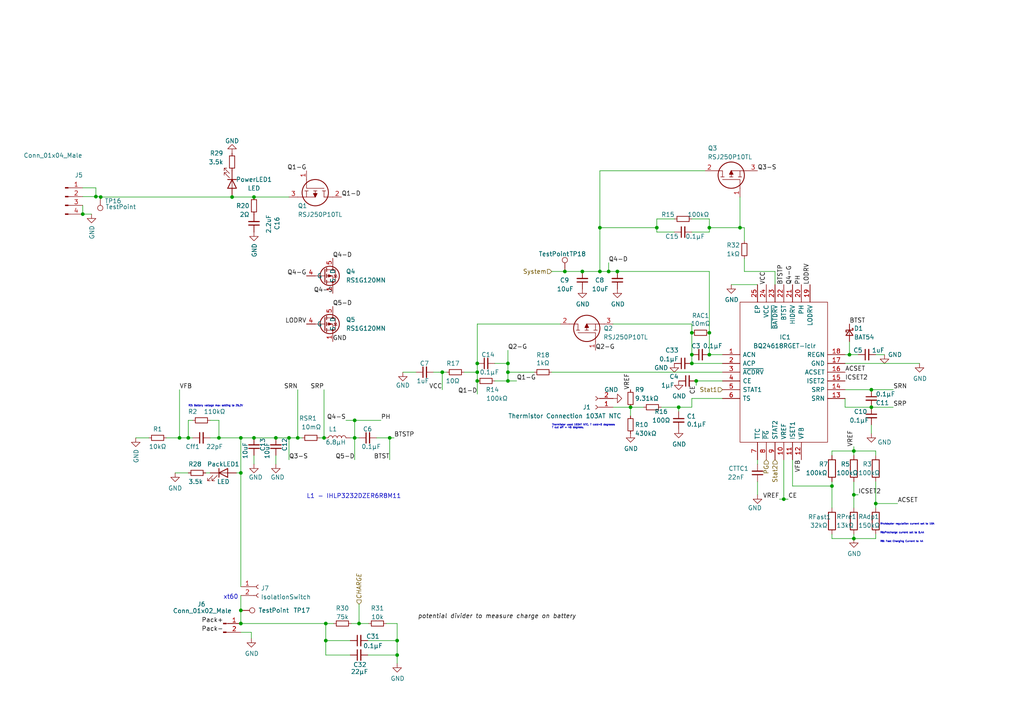
<source format=kicad_sch>
(kicad_sch (version 20211123) (generator eeschema)
  (paper "A4")
  (lib_symbols
    (symbol "Connector:Conn_01x02_Female" (pin_names (offset 1.016) hide)
      (property "Reference" "J" (at 0 2.54 0))
      (property "Value" "Conn_01x02_Female" (at 0 -5.08 0))
      (symbol "Conn_01x02_Female_1_1"
        (arc (start 0 -2.032) (mid -0.508 -2.54) (end 0 -3.048) (stroke (width 0.1524)))
        (polyline (pts (xy -1.27 -2.54) (xy -0.508 -2.54)) (stroke (width 0.1524)))
        (polyline (pts (xy -1.27 0) (xy -0.508 0)) (stroke (width 0.1524)))
        (arc (start 0 0.508) (mid -0.508 0) (end 0 -0.508) (stroke (width 0.1524)))
        (pin passive line (at -5.08 0 0) (length 3.81) (name "Pin_1") (number "1"))
        (pin passive line (at -5.08 -2.54 0) (length 3.81) (name "Pin_2") (number "2"))
      )
    )
    (symbol "Connector:Conn_01x02_Male" (pin_names (offset 1.016) hide)
      (property "Reference" "J" (at 0 2.54 0))
      (property "Value" "Conn_01x02_Male" (at 0 -5.08 0))
      (symbol "Conn_01x02_Male_1_1"
        (polyline (pts (xy 1.27 -2.54) (xy 0.8636 -2.54)) (stroke (width 0.1524)))
        (polyline (pts (xy 1.27 0) (xy 0.8636 0)) (stroke (width 0.1524)))
        (rectangle (start 0.8636 -2.413) (end 0 -2.667) (stroke (width 0.1524)) (fill (type outline)))
        (rectangle (start 0.8636 0.127) (end 0 -0.127) (stroke (width 0.1524)) (fill (type outline)))
        (pin passive line (at 5.08 0 180) (length 3.81) (name "Pin_1") (number "1"))
        (pin passive line (at 5.08 -2.54 180) (length 3.81) (name "Pin_2") (number "2"))
      )
    )
    (symbol "Connector:Conn_01x04_Male" (pin_names (offset 1.016) hide)
      (property "Reference" "J" (at 0 5.08 0))
      (property "Value" "Conn_01x04_Male" (at 0 -7.62 0))
      (symbol "Conn_01x04_Male_1_1"
        (polyline (pts (xy 1.27 -5.08) (xy 0.8636 -5.08)) (stroke (width 0.1524)))
        (polyline (pts (xy 1.27 -2.54) (xy 0.8636 -2.54)) (stroke (width 0.1524)))
        (polyline (pts (xy 1.27 0) (xy 0.8636 0)) (stroke (width 0.1524)))
        (polyline (pts (xy 1.27 2.54) (xy 0.8636 2.54)) (stroke (width 0.1524)))
        (rectangle (start 0.8636 -4.953) (end 0 -5.207) (stroke (width 0.1524)) (fill (type outline)))
        (rectangle (start 0.8636 -2.413) (end 0 -2.667) (stroke (width 0.1524)) (fill (type outline)))
        (rectangle (start 0.8636 0.127) (end 0 -0.127) (stroke (width 0.1524)) (fill (type outline)))
        (rectangle (start 0.8636 2.667) (end 0 2.413) (stroke (width 0.1524)) (fill (type outline)))
        (pin passive line (at 5.08 2.54 180) (length 3.81) (name "Pin_1") (number "1"))
        (pin passive line (at 5.08 0 180) (length 3.81) (name "Pin_2") (number "2"))
        (pin passive line (at 5.08 -2.54 180) (length 3.81) (name "Pin_3") (number "3"))
        (pin passive line (at 5.08 -5.08 180) (length 3.81) (name "Pin_4") (number "4"))
      )
    )
    (symbol "Connector:TestPoint" (pin_numbers hide) (pin_names (offset 0.762) hide)
      (property "Reference" "TP" (at 0 6.858 0))
      (property "Value" "TestPoint" (at 0 5.08 0))
      (symbol "TestPoint_0_1"
        (circle (center 0 3.302) (radius 0.762))
      )
      (symbol "TestPoint_1_1"
        (pin passive line (at 0 0 90) (length 2.54) (name "1") (number "1"))
      )
    )
    (symbol "Device:C_Small" (pin_numbers hide) (pin_names (offset 0.254) hide)
      (property "Reference" "C" (at 0.254 1.778 0))
      (property "Value" "C_Small" (at 0.254 -2.032 0))
      (symbol "C_Small_0_1"
        (polyline (pts (xy -1.524 -0.508) (xy 1.524 -0.508)) (stroke (width 0.3302)))
        (polyline (pts (xy -1.524 0.508) (xy 1.524 0.508)) (stroke (width 0.3048)))
      )
      (symbol "C_Small_1_1"
        (pin passive line (at 0 2.54 270) (length 2.032) (name "~") (number "1"))
        (pin passive line (at 0 -2.54 90) (length 2.032) (name "~") (number "2"))
      )
    )
    (symbol "Device:D_Schottky_Small" (pin_numbers hide) (pin_names (offset 0.254) hide)
      (property "Reference" "D" (at -1.27 2.032 0))
      (property "Value" "D_Schottky_Small" (at -7.112 -2.032 0))
      (symbol "D_Schottky_Small_0_1"
        (polyline (pts (xy -0.762 0) (xy 0.762 0)))
        (polyline (pts (xy 0.762 -1.016) (xy -0.762 0) (xy 0.762 1.016) (xy 0.762 -1.016)) (stroke (width 0.254)))
        (polyline (pts (xy -1.27 0.762) (xy -1.27 1.016) (xy -0.762 1.016) (xy -0.762 -1.016) (xy -0.254 -1.016) (xy -0.254 -0.762)) (stroke (width 0.254)))
      )
      (symbol "D_Schottky_Small_1_1"
        (pin passive line (at -2.54 0 0) (length 1.778) (name "K") (number "1"))
        (pin passive line (at 2.54 0 180) (length 1.778) (name "A") (number "2"))
      )
    )
    (symbol "Device:L" (pin_numbers hide) (pin_names (offset 1.016) hide)
      (property "Reference" "L" (at -1.27 0 90))
      (property "Value" "L" (at 1.905 0 90))
      (symbol "L_0_1"
        (arc (start 0 -2.54) (mid 0.635 -1.905) (end 0 -1.27))
        (arc (start 0 -1.27) (mid 0.635 -0.635) (end 0 0))
        (arc (start 0 0) (mid 0.635 0.635) (end 0 1.27))
        (arc (start 0 1.27) (mid 0.635 1.905) (end 0 2.54))
      )
      (symbol "L_1_1"
        (pin passive line (at 0 3.81 270) (length 1.27) (name "1") (number "1"))
        (pin passive line (at 0 -3.81 90) (length 1.27) (name "2") (number "2"))
      )
    )
    (symbol "Device:LED" (pin_numbers hide) (pin_names (offset 1.016) hide)
      (property "Reference" "D" (at 0 2.54 0))
      (property "Value" "LED" (at 0 -2.54 0))
      (symbol "LED_0_1"
        (polyline (pts (xy -1.27 -1.27) (xy -1.27 1.27)) (stroke (width 0.254)))
        (polyline (pts (xy -1.27 0) (xy 1.27 0)))
        (polyline (pts (xy 1.27 -1.27) (xy 1.27 1.27) (xy -1.27 0) (xy 1.27 -1.27)) (stroke (width 0.254)))
        (polyline (pts (xy -3.048 -0.762) (xy -4.572 -2.286) (xy -3.81 -2.286) (xy -4.572 -2.286) (xy -4.572 -1.524)))
        (polyline (pts (xy -1.778 -0.762) (xy -3.302 -2.286) (xy -2.54 -2.286) (xy -3.302 -2.286) (xy -3.302 -1.524)))
      )
      (symbol "LED_1_1"
        (pin passive line (at -3.81 0 0) (length 2.54) (name "K") (number "1"))
        (pin passive line (at 3.81 0 180) (length 2.54) (name "A") (number "2"))
      )
    )
    (symbol "Device:R" (pin_numbers hide) (pin_names (offset 0))
      (property "Reference" "R" (at 2.032 0 90))
      (property "Value" "R" (at 0 0 90))
      (symbol "R_0_1"
        (rectangle (start -1.016 -2.54) (end 1.016 2.54) (stroke (width 0.254)))
      )
      (symbol "R_1_1"
        (pin passive line (at 0 3.81 270) (length 1.27) (name "~") (number "1"))
        (pin passive line (at 0 -3.81 90) (length 1.27) (name "~") (number "2"))
      )
    )
    (symbol "Device:R_Small" (pin_numbers hide) (pin_names (offset 0.254) hide)
      (property "Reference" "R" (at 0.762 0.508 0))
      (property "Value" "R_Small" (at 0.762 -1.016 0))
      (symbol "R_Small_0_1"
        (rectangle (start -0.762 1.778) (end 0.762 -1.778) (stroke (width 0.2032)))
      )
      (symbol "R_Small_1_1"
        (pin passive line (at 0 2.54 270) (length 0.762) (name "~") (number "1"))
        (pin passive line (at 0 -2.54 90) (length 0.762) (name "~") (number "2"))
      )
    )
    (symbol "iclr:BQ24618RGET-iclr" (pin_names (offset 0.762))
      (property "Reference" "IC" (at 31.75 20.32 0))
      (property "Value" "BQ24618RGET-iclr" (at 31.75 17.78 0))
      (symbol "BQ24618RGET-iclr_0_0"
        (pin passive line (at 0 0 0) (length 5.08) (name "ACN") (number "1"))
        (pin passive line (at 17.78 -30.48 90) (length 5.08) (name "VREF") (number "10"))
        (pin passive line (at 20.32 -30.48 90) (length 5.08) (name "ISET1") (number "11"))
        (pin passive line (at 22.86 -30.48 90) (length 5.08) (name "VFB") (number "12"))
        (pin passive line (at 35.56 -12.7 180) (length 5.08) (name "SRN") (number "13"))
        (pin passive line (at 35.56 -10.16 180) (length 5.08) (name "SRP") (number "14"))
        (pin passive line (at 35.56 -7.62 180) (length 5.08) (name "ISET2") (number "15"))
        (pin passive line (at 35.56 -5.08 180) (length 5.08) (name "ACSET") (number "16"))
        (pin passive line (at 35.56 -2.54 180) (length 5.08) (name "GND") (number "17"))
        (pin passive line (at 35.56 0 180) (length 5.08) (name "REGN") (number "18"))
        (pin passive line (at 25.4 20.32 270) (length 5.08) (name "LODRV") (number "19"))
        (pin passive line (at 0 -2.54 0) (length 5.08) (name "ACP") (number "2"))
        (pin passive line (at 22.86 20.32 270) (length 5.08) (name "PH") (number "20"))
        (pin passive line (at 20.32 20.32 270) (length 5.08) (name "HIDRV") (number "21"))
        (pin passive line (at 17.78 20.32 270) (length 5.08) (name "BTST") (number "22"))
        (pin passive line (at 15.24 20.32 270) (length 5.08) (name "~{BATDRV}") (number "23"))
        (pin passive line (at 12.7 20.32 270) (length 5.08) (name "VCC") (number "24"))
        (pin passive line (at 10.16 20.32 270) (length 5.08) (name "EP") (number "25"))
        (pin passive line (at 0 -5.08 0) (length 5.08) (name "~{ACDRV}") (number "3"))
        (pin passive line (at 0 -7.62 0) (length 5.08) (name "CE") (number "4"))
        (pin passive line (at 0 -10.16 0) (length 5.08) (name "STAT1") (number "5"))
        (pin passive line (at 0 -12.7 0) (length 5.08) (name "TS") (number "6"))
        (pin passive line (at 10.16 -30.48 90) (length 5.08) (name "TTC") (number "7"))
        (pin passive line (at 12.7 -30.48 90) (length 5.08) (name "~{PG}") (number "8"))
        (pin passive line (at 15.24 -30.48 90) (length 5.08) (name "STAT2") (number "9"))
      )
      (symbol "BQ24618RGET-iclr_0_1"
        (polyline (pts (xy 5.08 15.24) (xy 30.48 15.24) (xy 30.48 -25.4) (xy 5.08 -25.4) (xy 5.08 15.24)) (stroke (width 0.1524)))
      )
    )
    (symbol "iclr:RS1G120MN"
      (property "Reference" "Q" (at 5.08 -13.97 0))
      (property "Value" "RS1G120MN" (at 10.16 -16.51 0))
      (symbol "RS1G120MN_0_1"
        (polyline (pts (xy -1.016 -15.24) (xy -3.81 -15.24)))
        (polyline (pts (xy -1.016 -13.335) (xy -1.016 -17.145)) (stroke (width 0.254)))
        (polyline (pts (xy -0.508 -16.51) (xy -0.508 -17.526)) (stroke (width 0.254)))
        (polyline (pts (xy -0.508 -14.732) (xy -0.508 -15.748)) (stroke (width 0.254)))
        (polyline (pts (xy -0.508 -12.954) (xy -0.508 -13.97)) (stroke (width 0.254)))
        (polyline (pts (xy 1.27 -12.7) (xy 1.27 -13.462)))
        (polyline (pts (xy 1.27 -17.78) (xy 1.27 -15.24) (xy -0.508 -15.24)))
        (polyline (pts (xy -0.508 -13.462) (xy 2.032 -13.462) (xy 2.032 -17.018) (xy -0.508 -17.018)))
        (polyline (pts (xy 1.016 -15.24) (xy 0 -14.859) (xy 0 -15.621) (xy 1.016 -15.24)) (fill (type outline)))
        (polyline (pts (xy 1.524 -15.748) (xy 1.651 -15.621) (xy 2.413 -15.621) (xy 2.54 -15.494)))
        (polyline (pts (xy 2.032 -15.621) (xy 1.651 -14.986) (xy 2.413 -14.986) (xy 2.032 -15.621)))
        (circle (center 0.381 -15.24) (radius 2.794) (stroke (width 0.254)))
        (circle (center 1.27 -17.018) (radius 0.254) (fill (type outline)))
        (circle (center 1.27 -13.462) (radius 0.254) (fill (type outline)))
      )
      (symbol "RS1G120MN_1_1"
        (pin passive line (at 1.27 -20.32 90) (length 2.54) (name "S") (number "1"))
        (pin passive line (at 1.27 -20.32 90) (length 2.54) hide (name "S") (number "2"))
        (pin passive line (at 1.27 -20.32 90) (length 2.54) hide (name "S") (number "3"))
        (pin input line (at -6.35 -15.24 0) (length 2.54) (name "G") (number "4"))
        (pin passive line (at 1.27 -10.16 270) (length 2.54) (name "D") (number "5"))
        (pin passive line (at 1.27 -10.16 270) (length 2.54) hide (name "D") (number "6"))
        (pin passive line (at 1.27 -10.16 270) (length 2.54) hide (name "D") (number "7"))
        (pin passive line (at 1.27 -10.16 270) (length 2.54) hide (name "D") (number "8"))
        (pin passive line (at 1.27 -10.16 270) (length 2.54) hide (name "D") (number "9"))
      )
    )
    (symbol "iclr:RSJ250P10TL" (pin_names (offset 0.762))
      (property "Reference" "Q" (at 11.43 3.81 0))
      (property "Value" "RSJ250P10TL" (at 11.43 1.27 0))
      (symbol "RSJ250P10TL_0_0"
        (pin passive line (at 0 0 0) (length 2.54) (name "~") (number "1"))
        (pin passive line (at 7.62 10.16 270) (length 2.54) (name "~") (number "2"))
        (pin passive line (at 7.62 -5.08 90) (length 2.54) (name "~") (number "3"))
      )
      (symbol "RSJ250P10TL_0_1"
        (polyline (pts (xy 5.842 -0.508) (xy 5.842 0.508)) (stroke (width 0.1524)))
        (polyline (pts (xy 5.842 0) (xy 7.62 0)) (stroke (width 0.1524)))
        (polyline (pts (xy 5.842 2.032) (xy 5.842 3.048)) (stroke (width 0.1524)))
        (polyline (pts (xy 5.842 5.588) (xy 5.842 4.572)) (stroke (width 0.1524)))
        (polyline (pts (xy 7.62 2.54) (xy 5.842 2.54)) (stroke (width 0.1524)))
        (polyline (pts (xy 7.62 2.54) (xy 7.62 -2.54)) (stroke (width 0.1524)))
        (polyline (pts (xy 7.62 5.08) (xy 5.842 5.08)) (stroke (width 0.1524)))
        (polyline (pts (xy 7.62 5.08) (xy 7.62 7.62)) (stroke (width 0.1524)))
        (polyline (pts (xy 2.54 0) (xy 5.08 0) (xy 5.08 5.08)) (stroke (width 0.1524)))
        (polyline (pts (xy 7.62 2.54) (xy 6.604 3.048) (xy 6.604 2.032) (xy 7.62 2.54)) (stroke (width 0.254)) (fill (type outline)))
        (circle (center 6.35 2.54) (radius 3.81) (stroke (width 0.254)))
      )
    )
    (symbol "power:GND" (power) (pin_names (offset 0))
      (property "Value" "GND" (at 0 -3.81 0))
      (symbol "GND_0_1"
        (polyline (pts (xy 0 0) (xy 0 -1.27) (xy 1.27 -1.27) (xy 0 -2.54) (xy -1.27 -1.27) (xy 0 -1.27)))
      )
      (symbol "GND_1_1"
        (pin power_in line (at 0 0 270) (length 0) hide (name "GND") (number "1"))
      )
    )
  )
  (junction (at 247.65 130.81))
  (junction (at 102.87 121.92))
  (junction (at 138.43 105.41))
  (junction (at 252.73 118.11))
  (junction (at 69.85 177.038))
  (junction (at 254 146.05))
  (junction (at 138.43 107.95))
  (junction (at 128.27 107.95))
  (junction (at 252.73 113.03))
  (junction (at 29.21 57.15))
  (junction (at 80.01 127))
  (junction (at 147.32 110.49))
  (junction (at 205.74 102.87))
  (junction (at 138.43 110.49))
  (junction (at 69.85 137.16))
  (junction (at 200.66 96.52))
  (junction (at 69.85 127))
  (junction (at 94.488 185.801))
  (junction (at 241.3 140.97))
  (junction (at 147.32 107.95))
  (junction (at 63.5 127))
  (junction (at 163.83 78.74))
  (junction (at 102.87 127))
  (junction (at 205.74 96.52))
  (junction (at 247.65 143.51))
  (junction (at 24.003 62.103))
  (junction (at 182.88 118.11))
  (junction (at 227.33 144.78))
  (junction (at 147.32 105.41))
  (junction (at 214.63 66.04))
  (junction (at 52.07 127))
  (junction (at 176.53 78.74))
  (junction (at 201.93 110.49))
  (junction (at 115.189 185.801))
  (junction (at 247.65 156.21))
  (junction (at 246.38 102.87))
  (junction (at 173.99 66.04))
  (junction (at 104.14 180.848))
  (junction (at 86.36 127))
  (junction (at 73.66 57.15))
  (junction (at 113.03 127))
  (junction (at 94.488 180.848))
  (junction (at 67.31 57.15))
  (junction (at 54.61 127))
  (junction (at 200.66 102.87))
  (junction (at 73.66 127))
  (junction (at 200.66 105.41))
  (junction (at 179.07 78.74))
  (junction (at 168.91 78.74))
  (junction (at 27.813 57.023))
  (junction (at 115.189 189.992))
  (junction (at 173.99 78.74))
  (junction (at 83.82 127))
  (junction (at 69.85 180.848))
  (junction (at 190.5 66.04))
  (junction (at 205.74 66.04))
  (junction (at 93.98 127))
  (junction (at 196.85 118.11))
  (wire (pts (xy 48.26 127) (xy 52.07 127)))
  (wire (pts (xy 80.01 127) (xy 83.82 127)))
  (wire (pts (xy 241.3 139.7) (xy 241.3 140.97)))
  (wire (pts (xy 224.79 78.74) (xy 215.9 78.74)))
  (wire (pts (xy 173.99 49.53) (xy 204.47 49.53)))
  (wire (pts (xy 138.43 114.3) (xy 138.43 110.49)))
  (wire (pts (xy 73.66 127) (xy 80.01 127)))
  (wire (pts (xy 69.85 180.848) (xy 94.488 180.848)))
  (wire (pts (xy 128.27 107.95) (xy 129.54 107.95)))
  (wire (pts (xy 205.74 96.52) (xy 205.74 102.87)))
  (wire (pts (xy 224.79 78.74) (xy 224.79 82.55)))
  (wire (pts (xy 227.33 133.35) (xy 227.33 144.78)))
  (wire (pts (xy 69.85 127) (xy 69.85 137.16)))
  (wire (pts (xy 69.85 127) (xy 73.66 127)))
  (wire (pts (xy 147.32 105.41) (xy 147.32 107.95)))
  (wire (pts (xy 29.21 57.15) (xy 67.31 57.15)))
  (wire (pts (xy 246.38 102.87) (xy 248.92 102.87)))
  (wire (pts (xy 252.73 118.11) (xy 259.08 118.11)))
  (wire (pts (xy 212.09 82.55) (xy 219.71 82.55)))
  (wire (pts (xy 138.43 110.49) (xy 138.43 107.95)))
  (wire (pts (xy 254 156.21) (xy 254 154.94)))
  (wire (pts (xy 143.51 110.49) (xy 147.32 110.49)))
  (wire (pts (xy 182.88 120.65) (xy 182.88 118.11)))
  (wire (pts (xy 143.51 105.41) (xy 147.32 105.41)))
  (wire (pts (xy 209.55 102.87) (xy 205.74 102.87)))
  (wire (pts (xy 50.8 137.16) (xy 54.61 137.16)))
  (wire (pts (xy 190.5 66.04) (xy 190.5 67.31)))
  (wire (pts (xy 205.74 66.04) (xy 214.63 66.04)))
  (wire (pts (xy 200.66 105.41) (xy 209.55 105.41)))
  (wire (pts (xy 173.99 66.04) (xy 173.99 78.74)))
  (wire (pts (xy 245.11 113.03) (xy 252.73 113.03)))
  (wire (pts (xy 59.69 137.16) (xy 60.96 137.16)))
  (wire (pts (xy 247.65 143.51) (xy 247.65 147.32)))
  (wire (pts (xy 186.69 118.11) (xy 182.88 118.11)))
  (wire (pts (xy 209.55 115.57) (xy 200.66 115.57)))
  (wire (pts (xy 52.07 113.03) (xy 52.07 127)))
  (wire (pts (xy 94.488 189.992) (xy 101.6 189.992)))
  (wire (pts (xy 177.8 93.98) (xy 200.66 93.98)))
  (wire (pts (xy 219.71 133.35) (xy 219.71 134.62)))
  (wire (pts (xy 104.14 175.26) (xy 104.14 180.848)))
  (wire (pts (xy 215.9 66.04) (xy 215.9 69.85)))
  (wire (pts (xy 252.73 125.73) (xy 252.73 123.19)))
  (wire (pts (xy 102.87 127) (xy 104.14 127)))
  (wire (pts (xy 247.65 143.51) (xy 248.92 143.51)))
  (wire (pts (xy 113.03 127) (xy 114.3 127)))
  (wire (pts (xy 100.33 121.92) (xy 102.87 121.92)))
  (wire (pts (xy 116.84 107.95) (xy 120.65 107.95)))
  (wire (pts (xy 149.86 110.49) (xy 147.32 110.49)))
  (wire (pts (xy 200.66 102.87) (xy 200.66 105.41)))
  (wire (pts (xy 215.9 74.93) (xy 215.9 78.74)))
  (wire (pts (xy 55.88 127) (xy 54.61 127)))
  (wire (pts (xy 106.68 185.801) (xy 115.189 185.801)))
  (wire (pts (xy 241.3 140.97) (xy 241.3 147.32)))
  (wire (pts (xy 27.813 54.483) (xy 27.813 57.023)))
  (wire (pts (xy 86.36 127) (xy 87.63 127)))
  (wire (pts (xy 93.98 113.03) (xy 93.98 127)))
  (wire (pts (xy 24.003 54.483) (xy 27.813 54.483)))
  (wire (pts (xy 247.65 139.7) (xy 247.65 143.51)))
  (wire (pts (xy 94.488 180.848) (xy 94.488 185.801)))
  (wire (pts (xy 73.66 132.08) (xy 73.66 134.62)))
  (wire (pts (xy 241.3 130.81) (xy 241.3 132.08)))
  (wire (pts (xy 24.003 62.103) (xy 26.543 62.103)))
  (wire (pts (xy 200.66 63.5) (xy 205.74 63.5)))
  (wire (pts (xy 168.91 78.74) (xy 173.99 78.74)))
  (wire (pts (xy 245.11 102.87) (xy 246.38 102.87)))
  (wire (pts (xy 226.06 144.78) (xy 227.33 144.78)))
  (wire (pts (xy 229.87 140.97) (xy 229.87 133.35)))
  (wire (pts (xy 69.85 137.16) (xy 69.85 170.18)))
  (wire (pts (xy 200.66 118.11) (xy 196.85 118.11)))
  (wire (pts (xy 83.82 127) (xy 83.82 133.35)))
  (wire (pts (xy 245.11 115.57) (xy 245.11 118.11)))
  (wire (pts (xy 63.5 127) (xy 69.85 127)))
  (wire (pts (xy 125.73 107.95) (xy 128.27 107.95)))
  (wire (pts (xy 67.31 57.15) (xy 73.66 57.15)))
  (wire (pts (xy 24.003 59.563) (xy 24.003 62.103)))
  (wire (pts (xy 52.07 127) (xy 54.61 127)))
  (wire (pts (xy 227.33 144.78) (xy 228.6 144.78)))
  (wire (pts (xy 60.96 121.92) (xy 63.5 121.92)))
  (wire (pts (xy 173.99 66.04) (xy 190.5 66.04)))
  (wire (pts (xy 254 130.81) (xy 247.65 130.81)))
  (wire (pts (xy 219.71 139.7) (xy 219.71 143.51)))
  (wire (pts (xy 112.014 180.848) (xy 115.189 180.848)))
  (wire (pts (xy 254 132.08) (xy 254 130.81)))
  (wire (pts (xy 115.189 185.801) (xy 115.189 189.992)))
  (wire (pts (xy 173.99 49.53) (xy 173.99 66.04)))
  (wire (pts (xy 138.43 93.98) (xy 138.43 105.41)))
  (wire (pts (xy 94.488 185.801) (xy 94.488 189.992)))
  (wire (pts (xy 195.58 63.5) (xy 190.5 63.5)))
  (wire (pts (xy 190.5 63.5) (xy 190.5 66.04)))
  (wire (pts (xy 24.003 57.023) (xy 27.813 57.023)))
  (wire (pts (xy 247.65 132.08) (xy 247.65 130.81)))
  (wire (pts (xy 205.74 63.5) (xy 205.74 66.04)))
  (wire (pts (xy 115.189 180.848) (xy 115.189 185.801)))
  (wire (pts (xy 200.66 67.31) (xy 205.74 67.31)))
  (wire (pts (xy 241.3 154.94) (xy 241.3 156.21)))
  (wire (pts (xy 69.85 183.388) (xy 72.898 183.388)))
  (wire (pts (xy 69.85 172.72) (xy 69.85 177.038)))
  (wire (pts (xy 94.488 185.801) (xy 101.6 185.801)))
  (wire (pts (xy 214.63 66.04) (xy 215.9 66.04)))
  (wire (pts (xy 176.53 76.2) (xy 176.53 78.74)))
  (wire (pts (xy 200.66 102.87) (xy 200.66 96.52)))
  (wire (pts (xy 106.68 189.992) (xy 115.189 189.992)))
  (wire (pts (xy 92.71 127) (xy 93.98 127)))
  (wire (pts (xy 179.07 78.74) (xy 205.74 78.74)))
  (wire (pts (xy 260.35 146.05) (xy 254 146.05)))
  (wire (pts (xy 134.62 107.95) (xy 138.43 107.95)))
  (wire (pts (xy 177.8 118.11) (xy 182.88 118.11)))
  (wire (pts (xy 241.3 156.21) (xy 247.65 156.21)))
  (wire (pts (xy 254 102.87) (xy 256.54 102.87)))
  (wire (pts (xy 246.38 99.06) (xy 246.38 102.87)))
  (wire (pts (xy 201.93 110.49) (xy 209.55 110.49)))
  (wire (pts (xy 104.14 180.848) (xy 106.934 180.848)))
  (wire (pts (xy 73.66 57.15) (xy 83.82 57.15)))
  (wire (pts (xy 63.5 121.92) (xy 63.5 127)))
  (wire (pts (xy 205.74 66.04) (xy 205.74 67.31)))
  (wire (pts (xy 176.53 78.74) (xy 179.07 78.74)))
  (wire (pts (xy 63.5 127) (xy 60.96 127)))
  (wire (pts (xy 72.898 183.388) (xy 72.898 185.166)))
  (wire (pts (xy 200.66 115.57) (xy 200.66 118.11)))
  (wire (pts (xy 94.488 180.848) (xy 96.774 180.848)))
  (wire (pts (xy 173.99 78.74) (xy 176.53 78.74)))
  (wire (pts (xy 54.61 121.92) (xy 54.61 127)))
  (wire (pts (xy 201.93 110.49) (xy 201.93 111.76)))
  (wire (pts (xy 200.66 93.98) (xy 200.66 96.52)))
  (wire (pts (xy 245.11 118.11) (xy 252.73 118.11)))
  (wire (pts (xy 196.85 118.11) (xy 191.77 118.11)))
  (wire (pts (xy 245.11 105.41) (xy 266.7 105.41)))
  (wire (pts (xy 83.82 127) (xy 86.36 127)))
  (wire (pts (xy 113.03 127) (xy 113.03 133.35)))
  (wire (pts (xy 138.43 93.98) (xy 162.56 93.98)))
  (wire (pts (xy 102.87 121.92) (xy 110.49 121.92)))
  (wire (pts (xy 160.02 107.95) (xy 209.55 107.95)))
  (wire (pts (xy 247.65 156.21) (xy 254 156.21)))
  (wire (pts (xy 138.43 107.95) (xy 138.43 105.41)))
  (wire (pts (xy 147.32 110.49) (xy 147.32 107.95)))
  (wire (pts (xy 102.87 127) (xy 102.87 133.35)))
  (wire (pts (xy 86.36 127) (xy 86.36 113.03)))
  (wire (pts (xy 196.85 118.11) (xy 196.85 119.38)))
  (wire (pts (xy 101.854 180.848) (xy 104.14 180.848)))
  (wire (pts (xy 147.32 101.6) (xy 147.32 105.41)))
  (wire (pts (xy 55.88 121.92) (xy 54.61 121.92)))
  (wire (pts (xy 241.3 140.97) (xy 229.87 140.97)))
  (wire (pts (xy 252.73 113.03) (xy 259.08 113.03)))
  (wire (pts (xy 147.32 107.95) (xy 154.94 107.95)))
  (wire (pts (xy 214.63 57.15) (xy 214.63 66.04)))
  (wire (pts (xy 247.65 154.94) (xy 247.65 156.21)))
  (wire (pts (xy 102.87 121.92) (xy 102.87 127)))
  (wire (pts (xy 205.74 78.74) (xy 205.74 96.52)))
  (wire (pts (xy 80.01 132.08) (xy 80.01 134.62)))
  (wire (pts (xy 247.65 130.81) (xy 241.3 130.81)))
  (wire (pts (xy 43.18 127) (xy 39.37 127)))
  (wire (pts (xy 101.6 127) (xy 102.87 127)))
  (wire (pts (xy 163.83 78.74) (xy 168.91 78.74)))
  (wire (pts (xy 190.5 67.31) (xy 195.58 67.31)))
  (wire (pts (xy 109.22 127) (xy 113.03 127)))
  (wire (pts (xy 247.65 129.54) (xy 247.65 130.81)))
  (wire (pts (xy 254 139.7) (xy 254 146.05)))
  (wire (pts (xy 160.02 78.74) (xy 163.83 78.74)))
  (wire (pts (xy 128.27 107.95) (xy 128.27 113.03)))
  (wire (pts (xy 69.85 177.038) (xy 69.85 180.848)))
  (wire (pts (xy 254 146.05) (xy 254 147.32)))
  (wire (pts (xy 115.189 189.992) (xy 115.189 192.405)))
  (wire (pts (xy 27.813 57.023) (xy 29.083 57.023)))
  (wire (pts (xy 68.58 137.16) (xy 69.85 137.16)))
  (text "R2: Battery voltage max setting to 25.2V\n" (at 54.61 118.11 0) (effects (font (size 0.5 0.5)) (justify left bottom)))
  (text "R4:Adapter regulation current set to 10A" (at 255.27 152.4 0) (effects (font (size 0.5 0.5)) (justify left bottom)))
  (text "L1 - IHLP3232DZER6R8M11 " (at 88.9 144.78 0) (effects (font (size 1.27 1.27)) (justify left bottom)))
  (text "R8: Fast Charging Current to 4A" (at 255.27 157.48 0) (effects (font (size 0.5 0.5)) (justify left bottom)))
  (text "Thermistor used 103AT NTC. T cold=0 degreees\nT cut off = 45 degrees. \n" (at 160.02 124.46 0) (effects (font (size 0.5 0.5)) (justify left bottom)))
  (text "R6:Precharge current set to 0.4A" (at 255.27 154.94 0) (effects (font (size 0.5 0.5)) (justify left bottom)))
  (text "xt60\n" (at 64.77 173.99 0) (effects (font (size 1.27 1.27)) (justify left bottom)))
  (label "Q1-D" (at 138.43 114.3 180))
  (label "SRP" (at 259.08 118.11 0))
  (label "VREF" (at 247.65 129.54 90))
  (label "Pack+" (at 64.77 180.848 180))
  (label "BTSTP" (at 227.33 82.55 90))
  (label "PH" (at 232.41 82.55 90))
  (label "VREF" (at 182.88 113.03 90))
  (label "Q1-G" (at 88.9 49.53 180))
  (label "Pack-" (at 64.77 183.388 180))
  (label "Q1-G" (at 149.86 110.49 0))
  (label "ICSET2" (at 248.92 143.51 0))
  (label "GND" (at 96.52 99.06 0))
  (label "ICSET2" (at 245.11 110.49 0))
  (label "LODRV" (at 88.9 93.98 180))
  (label "VFB" (at 52.07 113.03 0))
  (label "VFB" (at 232.41 133.35 270))
  (label "Q3-S" (at 219.71 49.53 0))
  (label "Q3-S" (at 83.82 133.35 0))
  (label "CE" (at 201.93 111.76 270))
  (label "SRP" (at 93.98 113.03 180))
  (label "Q4-S" (at 96.52 85.09 180))
  (label "PH" (at 110.49 121.92 0))
  (label "ACSET" (at 260.35 146.05 0))
  (label "SRN" (at 86.36 113.03 180))
  (label "VCC" (at 128.27 113.03 180))
  (label "Q2-G" (at 147.32 101.6 0))
  (label "potential divider to measure charge on battery" (at 121.158 179.705 0) (effects (font italic)))
  (label "BTST" (at 246.38 93.98 0))
  (label "Q1-D" (at 99.06 57.15 0))
  (label "Q2-G" (at 172.72 101.6 0))
  (label "LODRV" (at 234.95 82.55 90))
  (label "Q5-D" (at 96.52 88.9 0))
  (label "Q4-D" (at 96.52 74.93 0))
  (label "Q4-G" (at 88.9 80.01 180))
  (label "VCC" (at 222.25 82.55 90))
  (label "Q4-S" (at 100.33 121.92 180))
  (label "ACSET" (at 245.11 107.95 0))
  (label "VREF" (at 226.06 144.78 180))
  (label "BTST" (at 113.03 133.35 180))
  (label "Q4-D" (at 176.53 76.2 0))
  (label "Q5-D" (at 102.87 133.35 180))
  (label "Q4-G" (at 229.87 82.55 90))
  (label "SRN" (at 259.08 113.03 0))
  (label "BTSTP" (at 114.3 127 0))
  (label "CE" (at 228.6 144.78 0))
  (hierarchical_label "Stat1" (shape input) (at 209.55 113.03 180))
  (hierarchical_label "System" (shape input) (at 160.02 78.74 180))
  (hierarchical_label "Stat2" (shape input) (at 224.79 133.35 270))
  (hierarchical_label "CHARGE" (shape input) (at 104.14 175.26 90) (effects (font italic)))
  (hierarchical_label "PG" (shape input) (at 222.25 133.35 270))
  (symbol (lib_id "power:GND") (at 196.85 110.49 0) (unit 1)
    (property "Reference" "#PWR0125" (effects hide))
    (property "Value" "GND" (at 196.977 114.8842 0))
  )
  (symbol (lib_id "power:GND") (at 195.58 105.41 0) (unit 1)
    (property "Reference" "#PWR0133" (effects hide))
    (property "Value" "GND" (at 191.77 106.68 0))
  )
  (symbol (lib_id "Device:R_Small") (at 203.2 96.52 270) (unit 1)
    (property "Reference" "RAC1" (at 203.2 91.5416 90))
    (property "Value" "10mΩ" (at 203.2 93.853 90))
    (property "Footprint" "Resistor_SMD:R_0603_1608Metric" (effects hide))
  )
  (symbol (lib_id "power:GND") (at 219.71 143.51 0) (unit 1)
    (property "Reference" "#PWR0127" (effects hide))
    (property "Value" "GND" (at 220.98 147.32 0) (effects (justify right)))
  )
  (symbol (lib_id "Device:R_Small") (at 189.23 118.11 270) (unit 1)
    (property "Reference" "R16" (at 191.77 119.38 90))
    (property "Value" "100Ω" (at 191.77 121.92 90))
    (property "Footprint" "Resistor_SMD:R_0603_1608Metric" (effects hide))
  )
  (symbol (lib_id "Device:R_Small") (at 182.88 123.19 180) (unit 1)
    (property "Reference" "R10" (at 184.15 123.19 0) (effects (justify right)))
    (property "Value" "430kΩ" (at 184.15 125.73 0) (effects (justify right)))
    (property "Footprint" "Resistor_SMD:R_0603_1608Metric" (effects hide))
  )
  (symbol (lib_id "Device:R_Small") (at 182.88 115.57 180) (unit 1)
    (property "Reference" "R9" (at 184.15 113.03 0) (effects (justify right)))
    (property "Value" "9.31kΩ" (at 184.15 115.57 0) (effects (justify right)))
    (property "Footprint" "Resistor_SMD:R_0603_1608Metric" (effects hide))
  )
  (symbol (lib_id "Device:C_Small") (at 196.85 121.92 0) (unit 1)
    (property "Reference" "C1" (at 199.1868 120.7516 0) (effects (justify left)))
    (property "Value" "0.1μF" (at 199.1868 123.063 0) (effects (justify left)))
    (property "Footprint" "Capacitor_SMD:C_0603_1608Metric" (effects hide))
  )
  (symbol (lib_id "power:GND") (at 196.85 124.46 0) (unit 1)
    (property "Reference" "#PWR0128" (effects hide))
    (property "Value" "GND" (at 196.977 128.8542 0))
  )
  (symbol (lib_id "power:GND") (at 182.88 125.73 0) (unit 1)
    (property "Reference" "#PWR0137" (effects hide))
    (property "Value" "GND" (at 183.007 130.1242 0))
  )
  (symbol (lib_id "Connector:Conn_01x02_Female") (at 172.72 118.11 180) (unit 1)
    (property "Reference" "J1" (at 170.18 118.11 0))
    (property "Value" "Thermistor Connection 103AT NTC" (at 163.83 120.65 0))
    (property "Footprint" "Connector_JST:JST_XH_B2B-XH-AM_1x02_P2.50mm_Vertical" (effects hide))
  )
  (symbol (lib_id "Device:R") (at 241.3 135.89 0) (unit 1)
    (property "Reference" "R7" (at 237.49 134.62 0) (effects (justify left)))
    (property "Value" "100kΩ" (at 233.68 137.16 0) (effects (justify left)))
    (property "Footprint" "Resistor_SMD:R_0603_1608Metric" (effects hide))
  )
  (symbol (lib_id "Device:R") (at 254 135.89 0) (unit 1)
    (property "Reference" "R3" (at 250.19 134.62 0) (effects (justify left)))
    (property "Value" "100kΩ" (at 248.92 137.16 0) (effects (justify left)))
    (property "Footprint" "Resistor_SMD:R_0603_1608Metric" (effects hide))
  )
  (symbol (lib_id "Device:R") (at 247.65 135.89 0) (unit 1)
    (property "Reference" "R5" (at 243.84 134.62 0) (effects (justify left)))
    (property "Value" "100kΩ" (at 242.57 137.16 0) (effects (justify left)))
    (property "Footprint" "Resistor_SMD:R_0603_1608Metric" (effects hide))
  )
  (symbol (lib_id "Device:R") (at 241.3 151.13 0) (unit 1)
    (property "Reference" "RFast1" (at 234.3474 149.9435 0) (effects (justify left)))
    (property "Value" "32kΩ" (at 234.95 152.4 0) (effects (justify left)))
    (property "Footprint" "Resistor_SMD:R_0603_1608Metric" (effects hide))
  )
  (symbol (lib_id "Device:R") (at 254 151.13 0) (unit 1)
    (property "Reference" "RAdp1" (at 248.92 149.86 0) (effects (justify left)))
    (property "Value" "150kΩ" (at 248.92 152.4 0) (effects (justify left)))
    (property "Footprint" "Resistor_SMD:R_0603_1608Metric" (effects hide))
  )
  (symbol (lib_id "Device:R") (at 247.65 151.13 0) (unit 1)
    (property "Reference" "RPre1" (at 242.57 149.86 0) (effects (justify left)))
    (property "Value" "13kΩ" (at 242.57 152.4 0) (effects (justify left)))
    (property "Footprint" "Resistor_SMD:R_0603_1608Metric" (effects hide))
  )
  (symbol (lib_id "power:GND") (at 247.65 156.21 0) (unit 1)
    (property "Reference" "#PWR0135" (effects hide))
    (property "Value" "GND" (at 247.777 160.6042 0))
  )
  (symbol (lib_id "power:GND") (at 256.54 102.87 0) (unit 1)
    (property "Reference" "#PWR0129" (effects hide))
    (property "Value" "GND" (at 261.62 102.87 0) (effects (justify right)))
  )
  (symbol (lib_id "Device:D_Schottky_Small") (at 246.38 96.52 270) (unit 1)
    (property "Reference" "D1" (at 247.65 95.25 90) (effects (justify left)))
    (property "Value" "BAT54" (at 247.65 97.79 90) (effects (justify left)))
    (property "Footprint" "Diode_SMD:D_SOT-23_ANK" (effects hide))
  )
  (symbol (lib_id "power:GND") (at 266.7 105.41 0) (unit 1)
    (property "Reference" "#PWR0130" (effects hide))
    (property "Value" "GND" (at 266.827 109.8042 0))
  )
  (symbol (lib_id "power:GND") (at 168.91 83.82 0) (unit 1)
    (property "Reference" "#PWR0132" (effects hide))
    (property "Value" "GND" (at 169.037 88.2142 0))
  )
  (symbol (lib_id "power:GND") (at 179.07 83.82 0) (unit 1)
    (property "Reference" "#PWR0131" (effects hide))
    (property "Value" "GND" (at 179.197 88.2142 0))
  )
  (symbol (lib_id "Device:C_Small") (at 203.2 102.87 90) (unit 1)
    (property "Reference" "C3" (at 203.2 100.33 90) (effects (justify left)))
    (property "Value" "0.1μF" (at 209.55 100.33 90) (effects (justify left)))
    (property "Footprint" "Capacitor_SMD:C_0603_1608Metric" (effects hide))
  )
  (symbol (lib_id "Device:R_Small") (at 140.97 110.49 90) (unit 1)
    (property "Reference" "R14" (at 144.78 113.03 90) (effects (justify left)))
    (property "Value" "100kΩ" (at 147.32 115.57 90) (effects (justify left)))
    (property "Footprint" "Resistor_SMD:R_0603_1608Metric" (effects hide))
  )
  (symbol (lib_id "Device:C_Small") (at 140.97 105.41 90) (unit 1)
    (property "Reference" "C14" (at 143.51 102.87 90) (effects (justify left)))
    (property "Value" "0.1µF" (at 144.78 107.95 90) (effects (justify left)))
    (property "Footprint" "Capacitor_SMD:C_0603_1608Metric" (effects hide))
  )
  (symbol (lib_id "Device:R_Small") (at 132.08 107.95 90) (unit 1)
    (property "Reference" "R17" (at 133.35 105.41 90) (effects (justify left)))
    (property "Value" "10Ω" (at 133.35 110.49 90) (effects (justify left)))
    (property "Footprint" "Resistor_SMD:R_0603_1608Metric" (effects hide))
  )
  (symbol (lib_id "Device:R_Small") (at 157.48 107.95 90) (unit 1)
    (property "Reference" "R18" (at 157.48 102.9716 90))
    (property "Value" "1kΩ" (at 157.48 105.283 90))
    (property "Footprint" "Resistor_SMD:R_0603_1608Metric" (effects hide))
  )
  (symbol (lib_id "Device:C_Small") (at 252.73 115.57 0) (unit 1)
    (property "Reference" "C11" (at 254 116.84 0) (effects (justify left)))
    (property "Value" "0.1μF" (at 254 114.3 0) (effects (justify left)))
    (property "Footprint" "Capacitor_SMD:C_0603_1608Metric" (effects hide))
  )
  (symbol (lib_id "Device:C_Small") (at 252.73 120.65 0) (unit 1)
    (property "Reference" "C10" (at 247.65 119.38 0) (effects (justify left)))
    (property "Value" "0.1μF" (at 246.38 121.92 0) (effects (justify left)))
    (property "Footprint" "Capacitor_SMD:C_0603_1608Metric" (effects hide))
  )
  (symbol (lib_id "power:GND") (at 252.73 125.73 0) (unit 1)
    (property "Reference" "#PWR0134" (effects hide))
    (property "Value" "GND" (at 256.54 128.27 0))
  )
  (symbol (lib_id "Device:R_Small") (at 198.12 63.5 270) (unit 1)
    (property "Reference" "R15" (at 191.77 62.23 90) (effects (justify left)))
    (property "Value" "100kΩ" (at 199.39 62.23 90) (effects (justify left)))
    (property "Footprint" "Resistor_SMD:R_0603_1608Metric" (effects hide))
  )
  (symbol (lib_id "Device:C_Small") (at 198.12 67.31 90) (unit 1)
    (property "Reference" "C15" (at 196.85 68.58 90) (effects (justify left)))
    (property "Value" "0.1µF" (at 204.47 68.58 90) (effects (justify left)))
    (property "Footprint" "Capacitor_SMD:C_0603_1608Metric" (effects hide))
  )
  (symbol (lib_id "power:GND") (at 73.66 67.31 0) (unit 1)
    (property "Reference" "#PWR0138" (effects hide))
    (property "Value" "GND" (at 73.787 70.5612 90) (effects (justify right)))
  )
  (symbol (lib_id "power:GND") (at 116.84 107.95 0) (unit 1)
    (property "Reference" "#PWR0141" (effects hide))
    (property "Value" "GND" (at 116.84 111.76 0))
  )
  (symbol (lib_id "Device:C_Small") (at 198.12 105.41 90) (unit 1)
    (property "Reference" "C33" (at 196.85 101.6 90) (effects (justify left)))
    (property "Value" "0.1μF" (at 196.85 104.14 90) (effects (justify left)))
    (property "Footprint" "Capacitor_SMD:C_0603_1608Metric" (effects hide))
  )
  (symbol (lib_id "Device:C_Small") (at 199.39 110.49 90) (unit 1)
    (property "Reference" "C4" (at 196.85 109.22 90) (effects (justify left)))
    (property "Value" "1μF" (at 195.58 111.76 90) (effects (justify left)))
    (property "Footprint" "Capacitor_SMD:C_0603_1608Metric" (effects hide))
  )
  (symbol (lib_id "Device:R_Small") (at 73.66 59.69 180) (unit 1)
    (property "Reference" "R20" (at 72.39 59.69 0) (effects (justify left)))
    (property "Value" "2Ω" (at 72.39 62.23 0) (effects (justify left)))
    (property "Footprint" "Resistor_SMD:R_0603_1608Metric" (effects hide))
  )
  (symbol (lib_id "Device:R_Small") (at 215.9 72.39 180) (unit 1)
    (property "Reference" "R32" (at 214.63 71.12 0) (effects (justify left)))
    (property "Value" "1kΩ" (at 214.63 73.66 0) (effects (justify left)))
    (property "Footprint" "Resistor_SMD:R_0603_1608Metric" (effects hide))
  )
  (symbol (lib_id "Device:C_Small") (at 58.42 127 90) (unit 1)
    (property "Reference" "Cff1" (at 55.88 129.54 90))
    (property "Value" "22pF" (at 62.23 129.54 90))
    (property "Footprint" "Capacitor_SMD:C_0603_1608Metric" (effects hide))
  )
  (symbol (lib_id "Device:R_Small") (at 58.42 121.92 90) (unit 1)
    (property "Reference" "R2" (at 55.88 119.38 90))
    (property "Value" "110kΩ" (at 62.23 119.38 90))
    (property "Footprint" "Resistor_SMD:R_0603_1608Metric" (effects hide))
  )
  (symbol (lib_id "Device:R_Small") (at 45.72 127 90) (unit 1)
    (property "Reference" "R1" (at 45.72 124.46 90))
    (property "Value" "10kΩ" (at 45.72 129.54 90))
    (property "Footprint" "Resistor_SMD:R_0603_1608Metric" (effects hide))
  )
  (symbol (lib_id "power:GND") (at 39.37 127 0) (unit 1)
    (property "Reference" "#PWR0147" (effects hide))
    (property "Value" "GND" (at 39.497 130.2512 90) (effects (justify right)))
  )
  (symbol (lib_id "power:GND") (at 80.01 134.62 0) (unit 1)
    (property "Reference" "#PWR0148" (effects hide))
    (property "Value" "GND" (at 82.55 138.43 0) (effects (justify right)))
  )
  (symbol (lib_id "power:GND") (at 73.66 134.62 0) (unit 1)
    (property "Reference" "#PWR0149" (effects hide))
    (property "Value" "GND" (at 76.2 138.43 0) (effects (justify right)))
  )
  (symbol (lib_id "Device:R_Small") (at 90.17 127 90) (unit 1)
    (property "Reference" "RSR1" (at 91.9084 121.326 90) (effects (justify left)))
    (property "Value" "10mΩ" (at 93.1784 123.866 90) (effects (justify left)))
    (property "Footprint" "Resistor_SMD:R_0603_1608Metric" (effects hide))
  )
  (symbol (lib_id "Device:L") (at 97.79 127 90) (unit 1)
    (property "Reference" "L1" (at 97.79 124.46 90) (effects (justify left)))
    (property "Value" "6.8µH" (at 100.33 128.27 90) (effects (justify left)))
    (property "Footprint" "iclr:INDM8681X400N" (effects hide))
  )
  (symbol (lib_id "Device:C_Small") (at 106.68 127 90) (unit 1)
    (property "Reference" "C6" (at 107.95 124.46 90) (effects (justify left)))
    (property "Value" "0.1µF" (at 110.49 129.54 90) (effects (justify left)))
    (property "Footprint" "Capacitor_SMD:C_0603_1608Metric" (effects hide))
  )
  (symbol (lib_id "power:GND") (at 26.543 62.103 0) (unit 1)
    (property "Reference" "#PWR0145" (effects hide))
    (property "Value" "GND" (at 26.67 65.3542 90) (effects (justify right)))
  )
  (symbol (lib_id "power:GND") (at 177.8 115.57 90) (unit 1)
    (property "Reference" "#PWR0136" (effects hide))
    (property "Value" "GND" (at 175.26 113.03 90) (effects (justify right)))
  )
  (symbol (lib_id "Device:LED") (at 67.31 53.34 270) (unit 1)
    (property "Reference" "PowerLED1" (at 73.66 52.07 90))
    (property "Value" "LED" (at 73.66 54.61 90))
    (property "Footprint" "LED_SMD:LED_0603_1608Metric" (effects hide))
  )
  (symbol (lib_id "Connector:TestPoint") (at 29.083 57.023 180) (unit 1)
    (property "Reference" "TP16" (at 30.353 58.293 0) (effects (justify right)))
    (property "Value" "TestPoint" (at 30.5562 59.9948 0) (effects (justify right)))
    (property "Footprint" "TestPoint:TestPoint_Pad_D1.0mm" (effects hide))
  )
  (symbol (lib_id "Connector:TestPoint") (at 69.85 177.038 270) (unit 1)
    (property "Reference" "TP17" (at 85.09 177.038 90) (effects (justify left)))
    (property "Value" "TestPoint" (at 74.93 177.038 90) (effects (justify left)))
    (property "Footprint" "TestPoint:TestPoint_Pad_D1.0mm" (effects hide))
  )
  (symbol (lib_id "Connector:TestPoint") (at 163.83 78.74 0) (unit 1)
    (property "Reference" "TP18" (at 165.1 73.66 0) (effects (justify left)))
    (property "Value" "TestPoint" (at 156.21 73.66 0) (effects (justify left)))
    (property "Footprint" "TestPoint:TestPoint_Pad_D1.0mm" (effects hide))
  )
  (symbol (lib_id "iclr:BQ24618RGET-iclr") (at 209.55 102.87 0) (unit 1)
    (property "Reference" "IC1" (at 226.06 97.79 0) (effects (justify left)))
    (property "Value" "BQ24618RGET-iclr" (at 218.44 100.33 0) (effects (justify left)))
    (property "Footprint" "Package_DFN_QFN:VQFN-24-1EP_4x4mm_P0.5mm_EP2.45x2.45mm" (effects hide))
    (property "Datasheet" "http://www.ti.com/lit/gpn/bq24618" (effects hide))
    (property "Description" "Stand-Alone USB-Friendly Synchronous Switch-Mode Li-Ion or Li-Polymer Battery Charger " (effects hide))
    (property "Height" "1" (effects hide))
    (property "Manufacturer_Name" "Texas Instruments" (effects hide))
    (property "Manufacturer_Part_Number" "BQ24618RGET" (effects hide))
    (property "Mouser Part Number" "595-BQ24618RGET" (effects hide))
    (property "Mouser Price/Stock" "https://www.mouser.co.uk/ProductDetail/Texas-Instruments/BQ24618RGET?qs=g5raLcSarOYqImwS4qptMw%3D%3D" (effects hide))
    (property "Arrow Part Number" "BQ24618RGET" (effects hide))
    (property "Arrow Price/Stock" "https://www.arrow.com/en/products/bq24618rget/texas-instruments?region=nac" (effects hide))
  )
  (symbol (lib_id "Device:C_Small") (at 104.14 185.801 90) (unit 1)
    (property "Reference" "C31" (at 108.1577 184.5801 90))
    (property "Value" "0.1μF" (at 108.164 187.3161 90))
    (property "Footprint" "Capacitor_SMD:C_0603_1608Metric" (effects hide))
  )
  (symbol (lib_id "iclr:RSJ250P10TL") (at 88.9 49.53 270) (unit 1)
    (property "Reference" "Q1" (at 86.36 59.69 90) (effects (justify left)))
    (property "Value" "RSJ250P10TL" (at 86.36 62.23 90) (effects (justify left)))
    (property "Footprint" "Package_TO_SOT_SMD:TO-263-3_TabPin2" (effects hide))
    (property "Datasheet" "https://datasheet.datasheetarchive.com/originals/distributors/Datasheets_SAMA/152fd3a07a394fa8a8e4d6d952f7a43e.pdf" (effects hide))
    (property "Description" "4V Drive Pch MOSFET: MOSFET, one of Fild Effect Transistors.  ROHM has low current type power MOSFETs  of high-efficiency / high breakdown resistance for switching power supply  to meet various needs in the market." (effects hide))
    (property "Height" "2" (effects hide))
    (property "Manufacturer_Name" "ROHM Semiconductor" (effects hide))
    (property "Manufacturer_Part_Number" "RSJ250P10TL" (effects hide))
    (property "Mouser Part Number" "755-RSJ250P10TL" (effects hide))
    (property "Mouser Price/Stock" "https://www.mouser.co.uk/ProductDetail/ROHM-Semiconductor/RSJ250P10TL?qs=IsRgwgmxh693R2YQmG8Lng%3D%3D" (effects hide))
  )
  (symbol (lib_id "iclr:RSJ250P10TL") (at 214.63 57.15 90) (unit 1)
    (property "Reference" "Q3" (at 208.05 42.992 90) (effects (justify left)))
    (property "Value" "RSJ250P10TL" (at 218.21 45.532 90) (effects (justify left)))
    (property "Footprint" "Package_TO_SOT_SMD:TO-263-3_TabPin2" (effects hide))
    (property "Datasheet" "https://datasheet.datasheetarchive.com/originals/distributors/Datasheets_SAMA/152fd3a07a394fa8a8e4d6d952f7a43e.pdf" (effects hide))
    (property "Description" "4V Drive Pch MOSFET: MOSFET, one of Fild Effect Transistors.  ROHM has low current type power MOSFETs  of high-efficiency / high breakdown resistance for switching power supply  to meet various needs in the market." (effects hide))
    (property "Height" "2" (effects hide))
    (property "Manufacturer_Name" "ROHM Semiconductor" (effects hide))
    (property "Manufacturer_Part_Number" "RSJ250P10TL" (effects hide))
    (property "Mouser Part Number" "755-RSJ250P10TL" (effects hide))
    (property "Mouser Price/Stock" "https://www.mouser.co.uk/ProductDetail/ROHM-Semiconductor/RSJ250P10TL?qs=IsRgwgmxh693R2YQmG8Lng%3D%3D" (effects hide))
  )
  (symbol (lib_id "Device:C_Small") (at 123.19 107.95 90) (unit 1)
    (property "Reference" "C7" (at 124.46 105.41 90) (effects (justify left)))
    (property "Value" "1uF" (at 124.46 110.49 90) (effects (justify left)))
    (property "Footprint" "Capacitor_SMD:C_0603_1608Metric" (effects hide))
  )
  (symbol (lib_id "power:GND") (at 212.09 82.55 0) (unit 1)
    (property "Reference" "#PWR0126" (effects hide))
    (property "Value" "GND" (at 212.217 86.9442 0))
  )
  (symbol (lib_id "Connector:Conn_01x02_Male") (at 64.77 180.848 0) (unit 1)
    (property "Reference" "J6" (at 58.42 175.26 0))
    (property "Value" "Conn_01x02_Male" (at 58.674 177.165 0))
    (property "Footprint" "Connector_AMASS:AMASS_XT60-M_1x02_P7.20mm_Vertical" (effects hide))
  )
  (symbol (lib_id "Device:C_Small") (at 168.91 81.28 180) (unit 1)
    (property "Reference" "C9" (at 165.1 81.28 0) (effects (justify left)))
    (property "Value" "10uF" (at 166.37 83.82 0) (effects (justify left)))
    (property "Footprint" "Capacitor_SMD:C_0805_2012Metric" (effects hide))
  )
  (symbol (lib_id "iclr:RS1G120MN") (at 95.25 64.77 0) (unit 1)
    (property "Reference" "Q4" (at 100.33 78.7399 0) (effects (justify left)))
    (property "Value" "RS1G120MN" (at 100.33 81.2799 0) (effects (justify left)))
    (property "Footprint" "Package_SO:HSOP-8-1EP_3.9x4.9mm_P1.27mm_EP2.41x3.1mm" (effects hide))
    (property "Datasheet" "https://www.mouser.co.uk/datasheet/2/348/rs1g120mntb-e-1873230.pdf" (effects hide))
  )
  (symbol (lib_id "Device:R_Small") (at 67.31 46.99 180) (unit 1)
    (property "Reference" "R29" (at 64.77 44.45 0) (effects (justify left)))
    (property "Value" "3.5k" (at 64.77 46.99 0) (effects (justify left)))
    (property "Footprint" "Resistor_SMD:R_0603_1608Metric" (effects hide))
  )
  (symbol (lib_id "power:GND") (at 50.8 137.16 0) (unit 1)
    (property "Reference" "#PWR0146" (effects hide))
    (property "Value" "GND" (at 50.8 141.6034 0))
  )
  (symbol (lib_id "power:GND") (at 72.898 185.166 0) (unit 1)
    (property "Reference" "#PWR0140" (effects hide))
    (property "Value" "GND" (at 73.025 189.5602 0))
  )
  (symbol (lib_id "power:GND") (at 115.189 192.405 0) (unit 1)
    (property "Reference" "#PWR0139" (effects hide))
    (property "Value" "GND" (at 115.316 196.7992 0))
  )
  (symbol (lib_id "Device:C_Small") (at 80.01 129.54 180) (unit 1)
    (property "Reference" "C12" (at 82.55 127 90) (effects (justify left)))
    (property "Value" "10uF" (at 77.47 128.27 90) (effects (justify left)))
    (property "Footprint" "Capacitor_SMD:C_0805_2012Metric" (effects hide))
  )
  (symbol (lib_id "Device:R_Small") (at 57.15 137.16 270) (unit 1)
    (property "Reference" "R28" (at 54.61 134.62 90) (effects (justify left)))
    (property "Value" "3.5k" (at 54.61 139.7 90) (effects (justify left)))
    (property "Footprint" "Resistor_SMD:R_0603_1608Metric" (effects hide))
  )
  (symbol (lib_id "Connector:Conn_01x02_Female") (at 74.93 170.18 0) (unit 1)
    (property "Reference" "J7" (at 75.6412 170.6153 0) (effects (justify left)))
    (property "Value" "IsolationSwitch" (at 75.6412 173.1522 0) (effects (justify left)))
    (property "Footprint" "Connector_AMASS:AMASS_XT60-M_1x02_P7.20mm_Vertical" (effects hide))
  )
  (symbol (lib_id "Device:C_Small") (at 219.71 137.16 180) (unit 1)
    (property "Reference" "CTTC1" (at 217.17 135.89 0) (effects (justify left)))
    (property "Value" "22nF" (at 215.9 138.43 0) (effects (justify left)))
    (property "Footprint" "Capacitor_SMD:C_0603_1608Metric" (effects hide))
  )
  (symbol (lib_id "Device:C_Small") (at 104.14 189.992 90) (unit 1)
    (property "Reference" "C32" (at 104.394 192.786 90))
    (property "Value" "22μF" (at 104.267 194.818 90))
    (property "Footprint" "Capacitor_SMD:C_1210_3225Metric" (effects hide))
  )
  (symbol (lib_id "Device:C_Small") (at 73.66 129.54 180) (unit 1)
    (property "Reference" "C13" (at 76.2 127 90) (effects (justify left)))
    (property "Value" "10uF" (at 71.12 128.27 90) (effects (justify left)))
    (property "Footprint" "Capacitor_SMD:C_0805_2012Metric" (effects hide))
  )
  (symbol (lib_id "iclr:RSJ250P10TL") (at 172.72 101.6 90) (unit 1)
    (property "Reference" "Q2" (at 177.8 95.25 90) (effects (justify left)))
    (property "Value" "RSJ250P10TL" (at 187.96 97.79 90) (effects (justify left)))
    (property "Footprint" "Package_TO_SOT_SMD:TO-263-3_TabPin2" (effects hide))
    (property "Datasheet" "https://datasheet.datasheetarchive.com/originals/distributors/Datasheets_SAMA/152fd3a07a394fa8a8e4d6d952f7a43e.pdf" (effects hide))
    (property "Description" "4V Drive Pch MOSFET: MOSFET, one of Fild Effect Transistors.  ROHM has low current type power MOSFETs  of high-efficiency / high breakdown resistance for switching power supply  to meet various needs in the market." (effects hide))
    (property "Height" "2" (effects hide))
    (property "Manufacturer_Name" "ROHM Semiconductor" (effects hide))
    (property "Manufacturer_Part_Number" "RSJ250P10TL" (effects hide))
    (property "Mouser Part Number" "755-RSJ250P10TL" (effects hide))
    (property "Mouser Price/Stock" "https://www.mouser.co.uk/ProductDetail/ROHM-Semiconductor/RSJ250P10TL?qs=IsRgwgmxh693R2YQmG8Lng%3D%3D" (effects hide))
  )
  (symbol (lib_id "Device:C_Small") (at 73.66 64.77 180) (unit 1)
    (property "Reference" "C16" (at 80.352 62.8401 90) (effects (justify left)))
    (property "Value" "2.2uF" (at 77.9191 62.23 90) (effects (justify left)))
    (property "Footprint" "Capacitor_SMD:C_0805_2012Metric" (effects hide))
  )
  (symbol (lib_id "Device:R_Small") (at 99.314 180.848 90) (unit 1)
    (property "Reference" "R30" (at 99.314 176.4116 90))
    (property "Value" "75k" (at 99.314 178.9485 90))
    (property "Footprint" "Resistor_SMD:R_0603_1608Metric" (effects hide))
  )
  (symbol (lib_id "iclr:RS1G120MN") (at 95.25 78.74 0) (unit 1)
    (property "Reference" "Q5" (at 100.33 92.7099 0) (effects (justify left)))
    (property "Value" "RS1G120MN" (at 100.33 95.2499 0) (effects (justify left)))
    (property "Footprint" "Package_SO:HSOP-8-1EP_3.9x4.9mm_P1.27mm_EP2.41x3.1mm" (effects hide))
    (property "Datasheet" "https://www.mouser.co.uk/datasheet/2/348/rs1g120mntb-e-1873230.pdf" (effects hide))
  )
  (symbol (lib_id "Device:R_Small") (at 109.474 180.848 90) (unit 1)
    (property "Reference" "R31" (at 109.474 176.4116 90))
    (property "Value" "10k" (at 109.474 178.9485 90))
    (property "Footprint" "Resistor_SMD:R_0603_1608Metric" (effects hide))
  )
  (symbol (lib_id "Device:C_Small") (at 251.46 102.87 90) (unit 1)
    (property "Reference" "C5" (at 250.19 101.6 90) (effects (justify left)))
    (property "Value" "1uF" (at 256.54 101.6 90) (effects (justify left)))
    (property "Footprint" "Capacitor_SMD:C_0603_1608Metric" (effects hide))
  )
  (symbol (lib_id "Device:LED") (at 64.77 137.16 0) (unit 1)
    (property "Reference" "PackLED1" (at 64.77 134.62 0))
    (property "Value" "LED" (at 64.77 139.7 0))
    (property "Footprint" "LED_SMD:LED_0603_1608Metric" (effects hide))
  )
  (symbol (lib_id "power:GND") (at 67.31 44.45 180) (unit 1)
    (property "Reference" "#PWR0142" (effects hide))
    (property "Value" "GND" (at 67.31 40.8742 0))
  )
  (symbol (lib_id "Connector:Conn_01x04_Male") (at 18.923 57.023 0) (unit 1)
    (property "Reference" "J5" (at 22.86 50.8 0))
    (property "Value" "Conn_01x04_Male" (at 15.367 45.085 0))
    (property "Footprint" "Connector_Molex:Molex_Mini-Fit_Jr_5566-04A_2x02_P4.20mm_Vertical" (effects hide))
  )
  (symbol (lib_id "Device:C_Small") (at 179.07 81.28 180) (unit 1)
    (property "Reference" "C8" (at 175.26 81.28 0) (effects (justify left)))
    (property "Value" "10uF" (at 176.53 83.82 0) (effects (justify left)))
    (property "Footprint" "Capacitor_SMD:C_0805_2012Metric" (effects hide))
  )
)
</source>
